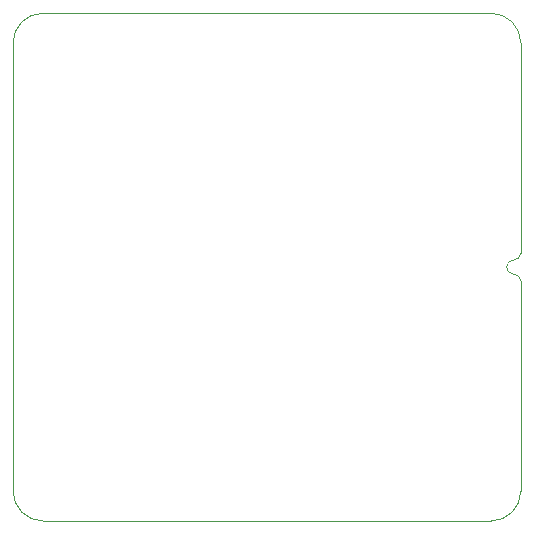
<source format=gbr>
%TF.GenerationSoftware,KiCad,Pcbnew,5.1.10-88a1d61d58~88~ubuntu20.04.1*%
%TF.CreationDate,2021-05-31T18:28:43-04:00*%
%TF.ProjectId,ta-comm-401,74612d63-6f6d-46d2-9d34-30312e6b6963,rev?*%
%TF.SameCoordinates,Original*%
%TF.FileFunction,Profile,NP*%
%FSLAX46Y46*%
G04 Gerber Fmt 4.6, Leading zero omitted, Abs format (unit mm)*
G04 Created by KiCad (PCBNEW 5.1.10-88a1d61d58~88~ubuntu20.04.1) date 2021-05-31 18:28:43*
%MOMM*%
%LPD*%
G01*
G04 APERTURE LIST*
%TA.AperFunction,Profile*%
%ADD10C,0.050000*%
%TD*%
G04 APERTURE END LIST*
D10*
X176500000Y-109200000D02*
X176500000Y-126960000D01*
X175900000Y-107400000D02*
G75*
G03*
X175900000Y-108600000I0J-600000D01*
G01*
X176500000Y-109200000D02*
G75*
G03*
X175900000Y-108600000I-600000J0D01*
G01*
X175900000Y-107400000D02*
G75*
G03*
X176500000Y-106800000I0J600000D01*
G01*
X176500000Y-126960000D02*
G75*
G02*
X173960000Y-129500000I-2540000J0D01*
G01*
X136040000Y-129500000D02*
G75*
G02*
X133500000Y-126960000I0J2540000D01*
G01*
X173960000Y-86500000D02*
G75*
G02*
X176500000Y-89040000I0J-2540000D01*
G01*
X133500000Y-89040000D02*
G75*
G02*
X136040000Y-86500000I2540000J0D01*
G01*
X176500000Y-89040000D02*
X176500000Y-106800000D01*
X133500000Y-89040000D02*
X133500000Y-126960000D01*
X136040000Y-129500000D02*
X173960000Y-129500000D01*
X136040000Y-86500000D02*
X173960000Y-86500000D01*
M02*

</source>
